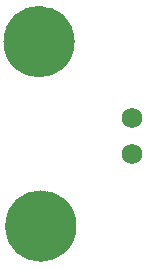
<source format=gbs>
%FSLAX23Y23*%
%MOIN*%
G70*
G01*
G75*
G04 Layer_Color=16711935*
%ADD10R,0.118X0.059*%
%ADD11R,0.118X0.039*%
%ADD12R,0.031X0.035*%
%ADD13C,0.010*%
%ADD14C,0.060*%
%ADD15C,0.039*%
%ADD16C,0.236*%
%ADD17C,0.000*%
%ADD18C,0.000*%
%ADD19C,0.020*%
%ADD20C,0.059*%
%ADD21R,0.126X0.067*%
%ADD22R,0.126X0.047*%
%ADD23R,0.039X0.043*%
%ADD24C,0.068*%
D15*
X92Y833D02*
D03*
X218D02*
D03*
X155Y859D02*
D03*
X66Y770D02*
D03*
X92Y707D02*
D03*
X155Y681D02*
D03*
X218Y707D02*
D03*
X244Y770D02*
D03*
X249Y155D02*
D03*
X223Y92D02*
D03*
X160Y66D02*
D03*
X97Y92D02*
D03*
X71Y155D02*
D03*
X160Y244D02*
D03*
X223Y218D02*
D03*
X97D02*
D03*
D16*
X155Y770D02*
D03*
X160Y155D02*
D03*
D20*
X244Y770D02*
G03*
X244Y770I-89J0D01*
G01*
X249Y155D02*
G03*
X249Y155I-89J0D01*
G01*
D24*
X465Y514D02*
D03*
Y396D02*
D03*
M02*

</source>
